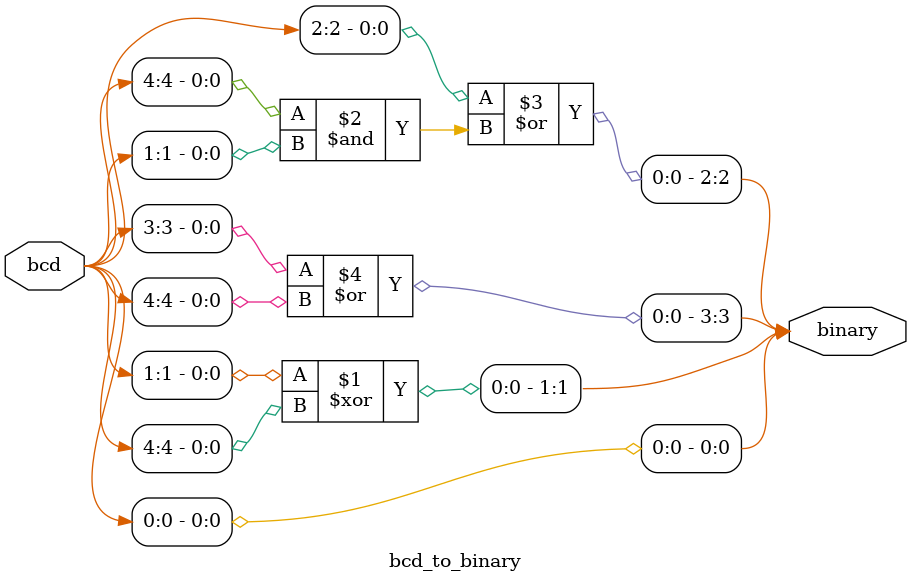
<source format=v>
`timescale 1ns / 1ps


module bcd_to_binary(
    input [7:0] bcd,
    output [3:0] binary
    );
             assign binary[0]=bcd[0];//z=d 
             assign binary[1]=bcd[1]^bcd[4];//y=c^h 
             assign binary[2]=bcd[2]|(bcd[4]&bcd[1]);//x=b+hc 
             assign binary[3]=bcd[3]|bcd[4];//w=a+h 
     endmodule //bcd_to_binary 

</source>
